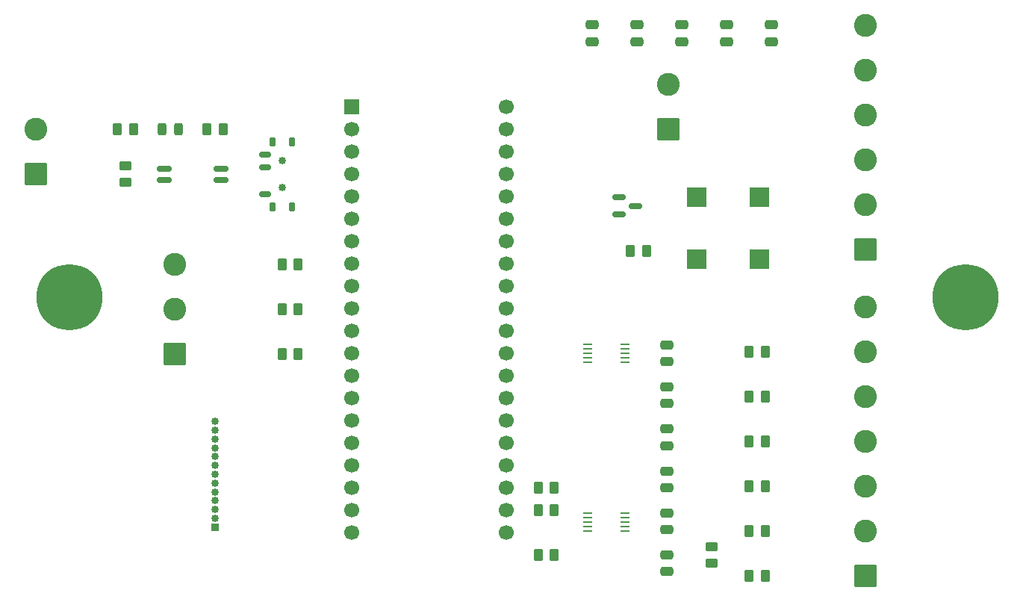
<source format=gbr>
%TF.GenerationSoftware,KiCad,Pcbnew,9.0.7*%
%TF.CreationDate,2026-02-19T00:07:55-06:00*%
%TF.ProjectId,low volt board - NL  S-3C-v2,6c6f7720-766f-46c7-9420-626f61726420,rev?*%
%TF.SameCoordinates,Original*%
%TF.FileFunction,Soldermask,Top*%
%TF.FilePolarity,Negative*%
%FSLAX46Y46*%
G04 Gerber Fmt 4.6, Leading zero omitted, Abs format (unit mm)*
G04 Created by KiCad (PCBNEW 9.0.7) date 2026-02-19 00:07:55*
%MOMM*%
%LPD*%
G01*
G04 APERTURE LIST*
G04 Aperture macros list*
%AMRoundRect*
0 Rectangle with rounded corners*
0 $1 Rounding radius*
0 $2 $3 $4 $5 $6 $7 $8 $9 X,Y pos of 4 corners*
0 Add a 4 corners polygon primitive as box body*
4,1,4,$2,$3,$4,$5,$6,$7,$8,$9,$2,$3,0*
0 Add four circle primitives for the rounded corners*
1,1,$1+$1,$2,$3*
1,1,$1+$1,$4,$5*
1,1,$1+$1,$6,$7*
1,1,$1+$1,$8,$9*
0 Add four rect primitives between the rounded corners*
20,1,$1+$1,$2,$3,$4,$5,0*
20,1,$1+$1,$4,$5,$6,$7,0*
20,1,$1+$1,$6,$7,$8,$9,0*
20,1,$1+$1,$8,$9,$2,$3,0*%
G04 Aperture macros list end*
%ADD10RoundRect,0.150000X-0.587500X-0.150000X0.587500X-0.150000X0.587500X0.150000X-0.587500X0.150000X0*%
%ADD11RoundRect,0.250000X1.050000X-1.050000X1.050000X1.050000X-1.050000X1.050000X-1.050000X-1.050000X0*%
%ADD12C,2.600000*%
%ADD13RoundRect,0.250000X0.262500X0.450000X-0.262500X0.450000X-0.262500X-0.450000X0.262500X-0.450000X0*%
%ADD14C,7.500000*%
%ADD15R,1.100000X0.250000*%
%ADD16RoundRect,0.250000X-0.262500X-0.450000X0.262500X-0.450000X0.262500X0.450000X-0.262500X0.450000X0*%
%ADD17RoundRect,0.243750X0.243750X0.456250X-0.243750X0.456250X-0.243750X-0.456250X0.243750X-0.456250X0*%
%ADD18RoundRect,0.250000X-0.475000X0.250000X-0.475000X-0.250000X0.475000X-0.250000X0.475000X0.250000X0*%
%ADD19RoundRect,0.250000X0.475000X-0.250000X0.475000X0.250000X-0.475000X0.250000X-0.475000X-0.250000X0*%
%ADD20RoundRect,0.250000X0.450000X-0.262500X0.450000X0.262500X-0.450000X0.262500X-0.450000X-0.262500X0*%
%ADD21C,0.850000*%
%ADD22RoundRect,0.150000X0.500000X-0.150000X0.500000X0.150000X-0.500000X0.150000X-0.500000X-0.150000X0*%
%ADD23RoundRect,0.175000X0.175000X-0.350000X0.175000X0.350000X-0.175000X0.350000X-0.175000X-0.350000X0*%
%ADD24RoundRect,0.150000X0.662500X0.150000X-0.662500X0.150000X-0.662500X-0.150000X0.662500X-0.150000X0*%
%ADD25RoundRect,0.250000X-0.450000X0.262500X-0.450000X-0.262500X0.450000X-0.262500X0.450000X0.262500X0*%
%ADD26R,1.700000X1.700000*%
%ADD27C,1.700000*%
%ADD28R,2.300000X2.300000*%
%ADD29R,0.850000X0.850000*%
G04 APERTURE END LIST*
D10*
%TO.C,Q1-Buzzer1*%
X127082500Y-61060000D03*
X127082500Y-62960000D03*
X128957500Y-62010000D03*
%TD*%
D11*
%TO.C,J6*%
X60960000Y-58420000D03*
D12*
X60960000Y-53340000D03*
%TD*%
D13*
%TO.C,R2-Throw-A1*%
X90720000Y-78830000D03*
X88895000Y-78830000D03*
%TD*%
D14*
%TO.C,H1*%
X64770000Y-72390000D03*
%TD*%
D15*
%TO.C,U1*%
X123500000Y-77726000D03*
X123500000Y-78226000D03*
X123500000Y-78726000D03*
X123500000Y-79226000D03*
X123500000Y-79726000D03*
X127800000Y-79726000D03*
X127800000Y-79226000D03*
X127800000Y-78726000D03*
X127800000Y-78226000D03*
X127800000Y-77726000D03*
%TD*%
D13*
%TO.C,R1-Buzzer1*%
X130202500Y-67090000D03*
X128377500Y-67090000D03*
%TD*%
D16*
%TO.C,R5*%
X117935000Y-93966000D03*
X119760000Y-93966000D03*
%TD*%
D17*
%TO.C,D1-Opto1*%
X77137500Y-53340000D03*
X75262500Y-53340000D03*
%TD*%
D13*
%TO.C,R3-ThrowB1*%
X90720000Y-68670000D03*
X88895000Y-68670000D03*
%TD*%
D16*
%TO.C,R18-A1-2*%
X141860000Y-83656000D03*
X143685000Y-83656000D03*
%TD*%
D13*
%TO.C,R9-A2-2*%
X143685000Y-93816000D03*
X141860000Y-93816000D03*
%TD*%
D11*
%TO.C,J4*%
X76750000Y-78830000D03*
D12*
X76750000Y-73750000D03*
X76750000Y-68670000D03*
%TD*%
D18*
%TO.C,C4-3v1*%
X129090000Y-41500000D03*
X129090000Y-43400000D03*
%TD*%
D13*
%TO.C,R8-A2-1*%
X143685000Y-98896000D03*
X141860000Y-98896000D03*
%TD*%
D16*
%TO.C,R7-SDA1*%
X117935000Y-101586000D03*
X119760000Y-101586000D03*
%TD*%
D19*
%TO.C,C2*%
X132520000Y-93962000D03*
X132520000Y-92062000D03*
%TD*%
D20*
%TO.C,R15-Purple1*%
X137600000Y-102498500D03*
X137600000Y-100673500D03*
%TD*%
D18*
%TO.C,C2-5v1*%
X144330000Y-41500000D03*
X144330000Y-43400000D03*
%TD*%
D11*
%TO.C,J8*%
X132672500Y-53295000D03*
D12*
X132672500Y-48215000D03*
%TD*%
D21*
%TO.C,SW1*%
X88900000Y-59920000D03*
X88900000Y-56920000D03*
D22*
X86950000Y-60670000D03*
X86950000Y-57670000D03*
X86950000Y-56170000D03*
D23*
X87800000Y-62095000D03*
X90000000Y-62095000D03*
X87800000Y-54745000D03*
X90000000Y-54745000D03*
%TD*%
D19*
%TO.C,C3*%
X132520000Y-89200000D03*
X132520000Y-87300000D03*
%TD*%
D11*
%TO.C,J5*%
X155000000Y-103995000D03*
D12*
X155000000Y-98915000D03*
X155000000Y-93835000D03*
X155000000Y-88755000D03*
X155000000Y-83675000D03*
X155000000Y-78595000D03*
X155000000Y-73515000D03*
%TD*%
D19*
%TO.C,C6*%
X132520000Y-103486000D03*
X132520000Y-101586000D03*
%TD*%
D18*
%TO.C,C5-3v1*%
X134170000Y-41500000D03*
X134170000Y-43400000D03*
%TD*%
%TO.C,C3-3v1*%
X124010000Y-41500000D03*
X124010000Y-43400000D03*
%TD*%
D24*
%TO.C,U3-Opto1*%
X81927500Y-59055000D03*
X81927500Y-57785000D03*
X75552500Y-57785000D03*
X75552500Y-59055000D03*
%TD*%
D25*
%TO.C,R13-Opto-GND1*%
X71120000Y-57515000D03*
X71120000Y-59340000D03*
%TD*%
D26*
%TO.C,J1*%
X96760000Y-50800000D03*
D27*
X96760000Y-53340000D03*
X96760000Y-55880000D03*
X96760000Y-58420000D03*
X96760000Y-60960000D03*
X96760000Y-63500000D03*
X96760000Y-66040000D03*
X96760000Y-68580000D03*
X96760000Y-71120000D03*
X96760000Y-73660000D03*
X96760000Y-76200000D03*
X96760000Y-78740000D03*
X96760000Y-81280000D03*
X96760000Y-83820000D03*
X96760000Y-86360000D03*
X96760000Y-88900000D03*
X96760000Y-91440000D03*
X96760000Y-93980000D03*
X96760000Y-96520000D03*
X96760000Y-99060000D03*
X114300000Y-99060000D03*
X114300000Y-96520000D03*
X114300000Y-93980000D03*
X114300000Y-91440000D03*
X114300000Y-88900000D03*
X114300000Y-86360000D03*
X114300000Y-83820000D03*
X114300000Y-81280000D03*
X114300000Y-78740000D03*
X114300000Y-76200000D03*
X114300000Y-73660000D03*
X114300000Y-71120000D03*
X114300000Y-68580000D03*
X114300000Y-66040000D03*
X114300000Y-63500000D03*
X114300000Y-60960000D03*
X114300000Y-58420000D03*
X114300000Y-55880000D03*
X114300000Y-53340000D03*
X114300000Y-50800000D03*
%TD*%
D18*
%TO.C,C1-5v1*%
X139250000Y-41500000D03*
X139250000Y-43400000D03*
%TD*%
D16*
%TO.C,R16-A2-0*%
X141860000Y-103976000D03*
X143685000Y-103976000D03*
%TD*%
%TO.C,R10-A2-3*%
X141860000Y-88736000D03*
X143685000Y-88736000D03*
%TD*%
D11*
%TO.C,J3*%
X155000000Y-67000000D03*
D12*
X155000000Y-61920000D03*
X155000000Y-56840000D03*
X155000000Y-51760000D03*
X155000000Y-46680000D03*
X155000000Y-41600000D03*
%TD*%
D28*
%TO.C,LS1-Buzzer1*%
X143000000Y-68100000D03*
X143000000Y-61000000D03*
X135900000Y-61000000D03*
X135900000Y-68100000D03*
%TD*%
D16*
%TO.C,R6-SCL1*%
X117935000Y-96506000D03*
X119760000Y-96506000D03*
%TD*%
%TO.C,R12-Opto-PullUp1*%
X70207500Y-53340000D03*
X72032500Y-53340000D03*
%TD*%
D19*
%TO.C,C4*%
X132520000Y-84438000D03*
X132520000Y-82538000D03*
%TD*%
D29*
%TO.C,J2*%
X81280000Y-98440000D03*
D21*
X81280000Y-97440000D03*
X81280000Y-96440000D03*
X81280000Y-95440000D03*
X81280000Y-94440000D03*
X81280000Y-93440000D03*
X81280000Y-92440000D03*
X81280000Y-91440000D03*
X81280000Y-90440000D03*
X81280000Y-89440000D03*
X81280000Y-88440000D03*
X81280000Y-87440000D03*
X81280000Y-86440000D03*
%TD*%
D14*
%TO.C,H2*%
X166370000Y-72390000D03*
%TD*%
D13*
%TO.C,R4-Common1*%
X90720000Y-73750000D03*
X88895000Y-73750000D03*
%TD*%
D19*
%TO.C,C5*%
X132520000Y-79676000D03*
X132520000Y-77776000D03*
%TD*%
D13*
%TO.C,R11-Opto-In1*%
X82192500Y-53340000D03*
X80367500Y-53340000D03*
%TD*%
D15*
%TO.C,U2*%
X123500000Y-96879700D03*
X123500000Y-97379700D03*
X123500000Y-97879700D03*
X123500000Y-98379700D03*
X123500000Y-98879700D03*
X127800000Y-98879700D03*
X127800000Y-98379700D03*
X127800000Y-97879700D03*
X127800000Y-97379700D03*
X127800000Y-96879700D03*
%TD*%
D16*
%TO.C,R17-A1-3*%
X141860000Y-78576000D03*
X143685000Y-78576000D03*
%TD*%
D18*
%TO.C,C1*%
X132520000Y-96824000D03*
X132520000Y-98724000D03*
%TD*%
M02*

</source>
